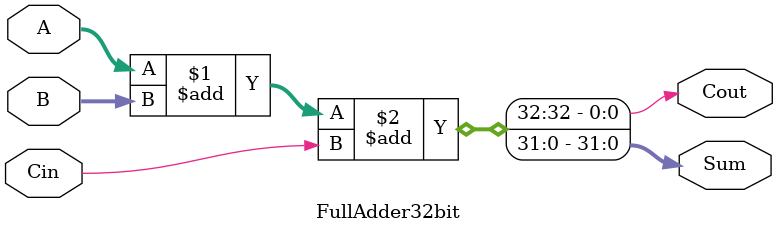
<source format=v>
module COMP32b(output 	Less,
	       input [31:0] A, B,
	       input 	    uMod      // 1:UnsignedMode, 0:SignedMode
	       );

   wire [31:0] 		    Sum, Bm;
   wire 		    IsDiffSign;

   assign Bm = ~B + 1'b1; 
   assign IsDiffSign = A[31] ^ B[31]; 

   FullAdder32bit add32b(
			 // Outputs
			 .Sum			(Sum),
			 .Cout			(Cout),
			 // Inputs
			 .A			(A),
			 .B			(Bm),
			 .Cin			(1'b0));

   assign Less = IsDiffSign? (uMod? ~A[31] : A[31]) : Sum[31];
   
endmodule


module FullAdder32bit (
		       input wire [31:0]  A,
		       input wire [31:0]  B,
		       input wire 	  Cin,
		       output wire [31:0] Sum,
		       output wire 	  Cout
		       );

   assign {Cout, Sum} = A + B + Cin;

endmodule

</source>
